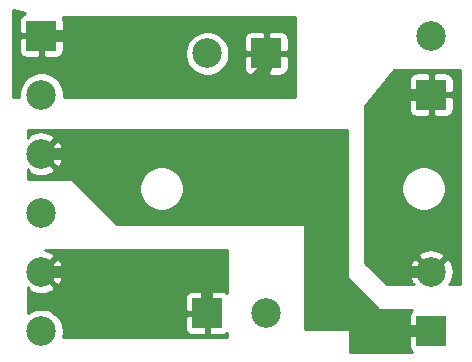
<source format=gtl>
%TF.GenerationSoftware,KiCad,Pcbnew,5.1.9*%
%TF.CreationDate,2021-02-07T15:24:09+01:00*%
%TF.ProjectId,detector_wiring,64657465-6374-46f7-925f-776972696e67,rev?*%
%TF.SameCoordinates,Original*%
%TF.FileFunction,Copper,L1,Top*%
%TF.FilePolarity,Positive*%
%FSLAX46Y46*%
G04 Gerber Fmt 4.6, Leading zero omitted, Abs format (unit mm)*
G04 Created by KiCad (PCBNEW 5.1.9) date 2021-02-07 15:24:09*
%MOMM*%
%LPD*%
G01*
G04 APERTURE LIST*
%TA.AperFunction,ComponentPad*%
%ADD10C,2.500000*%
%TD*%
%TA.AperFunction,ComponentPad*%
%ADD11R,2.500000X2.500000*%
%TD*%
%TA.AperFunction,Conductor*%
%ADD12C,1.000000*%
%TD*%
%TA.AperFunction,Conductor*%
%ADD13C,0.254000*%
%TD*%
%TA.AperFunction,Conductor*%
%ADD14C,0.100000*%
%TD*%
G04 APERTURE END LIST*
D10*
%TO.P,J5,2*%
%TO.N,/TempSensorA*%
X130810000Y-103910000D03*
D11*
%TO.P,J5,1*%
%TO.N,/TempSensorB*%
X125810000Y-103910000D03*
%TD*%
D10*
%TO.P,J4,2*%
%TO.N,/FuseOutput*%
X144780000Y-100410000D03*
D11*
%TO.P,J4,1*%
%TO.N,/FuseInput*%
X144780000Y-105410000D03*
%TD*%
D10*
%TO.P,J3,2*%
%TO.N,/DetectorCommon*%
X144780000Y-80410000D03*
D11*
%TO.P,J3,1*%
%TO.N,/FuseOutput*%
X144780000Y-85410000D03*
%TD*%
D10*
%TO.P,J2,2*%
%TO.N,/LightGND*%
X125810000Y-81910000D03*
D11*
%TO.P,J2,1*%
%TO.N,/Light+*%
X130810000Y-81910000D03*
%TD*%
D10*
%TO.P,J1,6*%
%TO.N,/TempSensorA*%
X111760000Y-105410000D03*
%TO.P,J1,5*%
%TO.N,/TempSensorB*%
X111760000Y-100410000D03*
%TO.P,J1,4*%
%TO.N,/DetectorCommon*%
X111760000Y-95410000D03*
%TO.P,J1,3*%
%TO.N,/FuseInput*%
X111760000Y-90410000D03*
%TO.P,J1,2*%
%TO.N,/LightGND*%
X111760000Y-85410000D03*
D11*
%TO.P,J1,1*%
%TO.N,/Light+*%
X111760000Y-80410000D03*
%TD*%
D12*
%TO.N,/TempSensorB*%
X111760000Y-100410000D02*
X124540000Y-100410000D01*
X125810000Y-101680000D02*
X125810000Y-103910000D01*
X124540000Y-100410000D02*
X125810000Y-101680000D01*
%TO.N,/FuseInput*%
X111760000Y-90410000D02*
X118505000Y-90410000D01*
X118505000Y-90410000D02*
X120015000Y-88900000D01*
X120015000Y-88900000D02*
X134620000Y-88900000D01*
X134620000Y-88900000D02*
X136525000Y-90805000D01*
X136525000Y-90805000D02*
X136525000Y-102870000D01*
X139065000Y-105410000D02*
X144780000Y-105410000D01*
X136525000Y-102870000D02*
X139065000Y-105410000D01*
%TO.N,/Light+*%
X111760000Y-80410000D02*
X117875000Y-80410000D01*
X117875000Y-80410000D02*
X122555000Y-85090000D01*
X122555000Y-85090000D02*
X128905000Y-85090000D01*
X130810000Y-83185000D02*
X130810000Y-81910000D01*
X128905000Y-85090000D02*
X130810000Y-83185000D01*
%TO.N,/FuseOutput*%
X144780000Y-100410000D02*
X141050000Y-100410000D01*
X141050000Y-100410000D02*
X139700000Y-99060000D01*
X139700000Y-99060000D02*
X139700000Y-86995000D01*
X141285000Y-85410000D02*
X144780000Y-85410000D01*
X139700000Y-86995000D02*
X141285000Y-85410000D01*
%TD*%
D13*
%TO.N,/Light+*%
X110405317Y-78532238D02*
X110385518Y-78534188D01*
X110265820Y-78570498D01*
X110155506Y-78629463D01*
X110058815Y-78708815D01*
X109979463Y-78805506D01*
X109920498Y-78915820D01*
X109884188Y-79035518D01*
X109871928Y-79160000D01*
X109875000Y-80124250D01*
X110033750Y-80283000D01*
X111633000Y-80283000D01*
X111633000Y-80263000D01*
X111887000Y-80263000D01*
X111887000Y-80283000D01*
X113486250Y-80283000D01*
X113645000Y-80124250D01*
X113648072Y-79160000D01*
X113635812Y-79035518D01*
X113599502Y-78915820D01*
X113573407Y-78867000D01*
X133223000Y-78867000D01*
X133223000Y-85598000D01*
X113644534Y-85598000D01*
X113645000Y-85595656D01*
X113645000Y-85224344D01*
X113572561Y-84860166D01*
X113430466Y-84517118D01*
X113224175Y-84208382D01*
X112961618Y-83945825D01*
X112652882Y-83739534D01*
X112309834Y-83597439D01*
X111945656Y-83525000D01*
X111574344Y-83525000D01*
X111210166Y-83597439D01*
X110867118Y-83739534D01*
X110558382Y-83945825D01*
X110295825Y-84208382D01*
X110089534Y-84517118D01*
X109947439Y-84860166D01*
X109875000Y-85224344D01*
X109875000Y-85595656D01*
X109875466Y-85598000D01*
X109347000Y-85598000D01*
X109347000Y-81660000D01*
X109871928Y-81660000D01*
X109884188Y-81784482D01*
X109920498Y-81904180D01*
X109979463Y-82014494D01*
X110058815Y-82111185D01*
X110155506Y-82190537D01*
X110265820Y-82249502D01*
X110385518Y-82285812D01*
X110510000Y-82298072D01*
X111474250Y-82295000D01*
X111633000Y-82136250D01*
X111633000Y-80537000D01*
X111887000Y-80537000D01*
X111887000Y-82136250D01*
X112045750Y-82295000D01*
X113010000Y-82298072D01*
X113134482Y-82285812D01*
X113254180Y-82249502D01*
X113364494Y-82190537D01*
X113461185Y-82111185D01*
X113540537Y-82014494D01*
X113599502Y-81904180D01*
X113635812Y-81784482D01*
X113641734Y-81724344D01*
X123925000Y-81724344D01*
X123925000Y-82095656D01*
X123997439Y-82459834D01*
X124139534Y-82802882D01*
X124345825Y-83111618D01*
X124608382Y-83374175D01*
X124917118Y-83580466D01*
X125260166Y-83722561D01*
X125624344Y-83795000D01*
X125995656Y-83795000D01*
X126359834Y-83722561D01*
X126702882Y-83580466D01*
X127011618Y-83374175D01*
X127225793Y-83160000D01*
X128921928Y-83160000D01*
X128934188Y-83284482D01*
X128970498Y-83404180D01*
X129029463Y-83514494D01*
X129108815Y-83611185D01*
X129205506Y-83690537D01*
X129315820Y-83749502D01*
X129435518Y-83785812D01*
X129560000Y-83798072D01*
X130524250Y-83795000D01*
X130683000Y-83636250D01*
X130683000Y-82037000D01*
X130937000Y-82037000D01*
X130937000Y-83636250D01*
X131095750Y-83795000D01*
X132060000Y-83798072D01*
X132184482Y-83785812D01*
X132304180Y-83749502D01*
X132414494Y-83690537D01*
X132511185Y-83611185D01*
X132590537Y-83514494D01*
X132649502Y-83404180D01*
X132685812Y-83284482D01*
X132698072Y-83160000D01*
X132695000Y-82195750D01*
X132536250Y-82037000D01*
X130937000Y-82037000D01*
X130683000Y-82037000D01*
X129083750Y-82037000D01*
X128925000Y-82195750D01*
X128921928Y-83160000D01*
X127225793Y-83160000D01*
X127274175Y-83111618D01*
X127480466Y-82802882D01*
X127622561Y-82459834D01*
X127695000Y-82095656D01*
X127695000Y-81724344D01*
X127622561Y-81360166D01*
X127480466Y-81017118D01*
X127274175Y-80708382D01*
X127225793Y-80660000D01*
X128921928Y-80660000D01*
X128925000Y-81624250D01*
X129083750Y-81783000D01*
X130683000Y-81783000D01*
X130683000Y-80183750D01*
X130937000Y-80183750D01*
X130937000Y-81783000D01*
X132536250Y-81783000D01*
X132695000Y-81624250D01*
X132698072Y-80660000D01*
X132685812Y-80535518D01*
X132649502Y-80415820D01*
X132590537Y-80305506D01*
X132511185Y-80208815D01*
X132414494Y-80129463D01*
X132304180Y-80070498D01*
X132184482Y-80034188D01*
X132060000Y-80021928D01*
X131095750Y-80025000D01*
X130937000Y-80183750D01*
X130683000Y-80183750D01*
X130524250Y-80025000D01*
X129560000Y-80021928D01*
X129435518Y-80034188D01*
X129315820Y-80070498D01*
X129205506Y-80129463D01*
X129108815Y-80208815D01*
X129029463Y-80305506D01*
X128970498Y-80415820D01*
X128934188Y-80535518D01*
X128921928Y-80660000D01*
X127225793Y-80660000D01*
X127011618Y-80445825D01*
X126702882Y-80239534D01*
X126359834Y-80097439D01*
X125995656Y-80025000D01*
X125624344Y-80025000D01*
X125260166Y-80097439D01*
X124917118Y-80239534D01*
X124608382Y-80445825D01*
X124345825Y-80708382D01*
X124139534Y-81017118D01*
X123997439Y-81360166D01*
X123925000Y-81724344D01*
X113641734Y-81724344D01*
X113648072Y-81660000D01*
X113645000Y-80695750D01*
X113486250Y-80537000D01*
X111887000Y-80537000D01*
X111633000Y-80537000D01*
X110033750Y-80537000D01*
X109875000Y-80695750D01*
X109871928Y-81660000D01*
X109347000Y-81660000D01*
X109347000Y-78267659D01*
X110405317Y-78532238D01*
%TA.AperFunction,Conductor*%
D14*
G36*
X110405317Y-78532238D02*
G01*
X110385518Y-78534188D01*
X110265820Y-78570498D01*
X110155506Y-78629463D01*
X110058815Y-78708815D01*
X109979463Y-78805506D01*
X109920498Y-78915820D01*
X109884188Y-79035518D01*
X109871928Y-79160000D01*
X109875000Y-80124250D01*
X110033750Y-80283000D01*
X111633000Y-80283000D01*
X111633000Y-80263000D01*
X111887000Y-80263000D01*
X111887000Y-80283000D01*
X113486250Y-80283000D01*
X113645000Y-80124250D01*
X113648072Y-79160000D01*
X113635812Y-79035518D01*
X113599502Y-78915820D01*
X113573407Y-78867000D01*
X133223000Y-78867000D01*
X133223000Y-85598000D01*
X113644534Y-85598000D01*
X113645000Y-85595656D01*
X113645000Y-85224344D01*
X113572561Y-84860166D01*
X113430466Y-84517118D01*
X113224175Y-84208382D01*
X112961618Y-83945825D01*
X112652882Y-83739534D01*
X112309834Y-83597439D01*
X111945656Y-83525000D01*
X111574344Y-83525000D01*
X111210166Y-83597439D01*
X110867118Y-83739534D01*
X110558382Y-83945825D01*
X110295825Y-84208382D01*
X110089534Y-84517118D01*
X109947439Y-84860166D01*
X109875000Y-85224344D01*
X109875000Y-85595656D01*
X109875466Y-85598000D01*
X109347000Y-85598000D01*
X109347000Y-81660000D01*
X109871928Y-81660000D01*
X109884188Y-81784482D01*
X109920498Y-81904180D01*
X109979463Y-82014494D01*
X110058815Y-82111185D01*
X110155506Y-82190537D01*
X110265820Y-82249502D01*
X110385518Y-82285812D01*
X110510000Y-82298072D01*
X111474250Y-82295000D01*
X111633000Y-82136250D01*
X111633000Y-80537000D01*
X111887000Y-80537000D01*
X111887000Y-82136250D01*
X112045750Y-82295000D01*
X113010000Y-82298072D01*
X113134482Y-82285812D01*
X113254180Y-82249502D01*
X113364494Y-82190537D01*
X113461185Y-82111185D01*
X113540537Y-82014494D01*
X113599502Y-81904180D01*
X113635812Y-81784482D01*
X113641734Y-81724344D01*
X123925000Y-81724344D01*
X123925000Y-82095656D01*
X123997439Y-82459834D01*
X124139534Y-82802882D01*
X124345825Y-83111618D01*
X124608382Y-83374175D01*
X124917118Y-83580466D01*
X125260166Y-83722561D01*
X125624344Y-83795000D01*
X125995656Y-83795000D01*
X126359834Y-83722561D01*
X126702882Y-83580466D01*
X127011618Y-83374175D01*
X127225793Y-83160000D01*
X128921928Y-83160000D01*
X128934188Y-83284482D01*
X128970498Y-83404180D01*
X129029463Y-83514494D01*
X129108815Y-83611185D01*
X129205506Y-83690537D01*
X129315820Y-83749502D01*
X129435518Y-83785812D01*
X129560000Y-83798072D01*
X130524250Y-83795000D01*
X130683000Y-83636250D01*
X130683000Y-82037000D01*
X130937000Y-82037000D01*
X130937000Y-83636250D01*
X131095750Y-83795000D01*
X132060000Y-83798072D01*
X132184482Y-83785812D01*
X132304180Y-83749502D01*
X132414494Y-83690537D01*
X132511185Y-83611185D01*
X132590537Y-83514494D01*
X132649502Y-83404180D01*
X132685812Y-83284482D01*
X132698072Y-83160000D01*
X132695000Y-82195750D01*
X132536250Y-82037000D01*
X130937000Y-82037000D01*
X130683000Y-82037000D01*
X129083750Y-82037000D01*
X128925000Y-82195750D01*
X128921928Y-83160000D01*
X127225793Y-83160000D01*
X127274175Y-83111618D01*
X127480466Y-82802882D01*
X127622561Y-82459834D01*
X127695000Y-82095656D01*
X127695000Y-81724344D01*
X127622561Y-81360166D01*
X127480466Y-81017118D01*
X127274175Y-80708382D01*
X127225793Y-80660000D01*
X128921928Y-80660000D01*
X128925000Y-81624250D01*
X129083750Y-81783000D01*
X130683000Y-81783000D01*
X130683000Y-80183750D01*
X130937000Y-80183750D01*
X130937000Y-81783000D01*
X132536250Y-81783000D01*
X132695000Y-81624250D01*
X132698072Y-80660000D01*
X132685812Y-80535518D01*
X132649502Y-80415820D01*
X132590537Y-80305506D01*
X132511185Y-80208815D01*
X132414494Y-80129463D01*
X132304180Y-80070498D01*
X132184482Y-80034188D01*
X132060000Y-80021928D01*
X131095750Y-80025000D01*
X130937000Y-80183750D01*
X130683000Y-80183750D01*
X130524250Y-80025000D01*
X129560000Y-80021928D01*
X129435518Y-80034188D01*
X129315820Y-80070498D01*
X129205506Y-80129463D01*
X129108815Y-80208815D01*
X129029463Y-80305506D01*
X128970498Y-80415820D01*
X128934188Y-80535518D01*
X128921928Y-80660000D01*
X127225793Y-80660000D01*
X127011618Y-80445825D01*
X126702882Y-80239534D01*
X126359834Y-80097439D01*
X125995656Y-80025000D01*
X125624344Y-80025000D01*
X125260166Y-80097439D01*
X124917118Y-80239534D01*
X124608382Y-80445825D01*
X124345825Y-80708382D01*
X124139534Y-81017118D01*
X123997439Y-81360166D01*
X123925000Y-81724344D01*
X113641734Y-81724344D01*
X113648072Y-81660000D01*
X113645000Y-80695750D01*
X113486250Y-80537000D01*
X111887000Y-80537000D01*
X111633000Y-80537000D01*
X110033750Y-80537000D01*
X109875000Y-80695750D01*
X109871928Y-81660000D01*
X109347000Y-81660000D01*
X109347000Y-78267659D01*
X110405317Y-78532238D01*
G37*
%TD.AperFunction*%
%TD*%
D13*
%TO.N,/TempSensorB*%
X127508000Y-102206201D02*
X127414494Y-102129463D01*
X127304180Y-102070498D01*
X127184482Y-102034188D01*
X127060000Y-102021928D01*
X126095750Y-102025000D01*
X125937000Y-102183750D01*
X125937000Y-103783000D01*
X125957000Y-103783000D01*
X125957000Y-104037000D01*
X125937000Y-104037000D01*
X125937000Y-105636250D01*
X126095750Y-105795000D01*
X127060000Y-105798072D01*
X127184482Y-105785812D01*
X127304180Y-105749502D01*
X127414494Y-105690537D01*
X127508000Y-105613799D01*
X127508000Y-105918000D01*
X113580882Y-105918000D01*
X113645000Y-105595656D01*
X113645000Y-105224344D01*
X113632202Y-105160000D01*
X123921928Y-105160000D01*
X123934188Y-105284482D01*
X123970498Y-105404180D01*
X124029463Y-105514494D01*
X124108815Y-105611185D01*
X124205506Y-105690537D01*
X124315820Y-105749502D01*
X124435518Y-105785812D01*
X124560000Y-105798072D01*
X125524250Y-105795000D01*
X125683000Y-105636250D01*
X125683000Y-104037000D01*
X124083750Y-104037000D01*
X123925000Y-104195750D01*
X123921928Y-105160000D01*
X113632202Y-105160000D01*
X113572561Y-104860166D01*
X113430466Y-104517118D01*
X113224175Y-104208382D01*
X112961618Y-103945825D01*
X112652882Y-103739534D01*
X112309834Y-103597439D01*
X111945656Y-103525000D01*
X111574344Y-103525000D01*
X111210166Y-103597439D01*
X110867118Y-103739534D01*
X110617000Y-103906658D01*
X110617000Y-102660000D01*
X123921928Y-102660000D01*
X123925000Y-103624250D01*
X124083750Y-103783000D01*
X125683000Y-103783000D01*
X125683000Y-102183750D01*
X125524250Y-102025000D01*
X124560000Y-102021928D01*
X124435518Y-102034188D01*
X124315820Y-102070498D01*
X124205506Y-102129463D01*
X124108815Y-102208815D01*
X124029463Y-102305506D01*
X123970498Y-102415820D01*
X123934188Y-102535518D01*
X123921928Y-102660000D01*
X110617000Y-102660000D01*
X110617000Y-101732608D01*
X110626001Y-101723607D01*
X110751914Y-102013577D01*
X111084126Y-102179433D01*
X111442312Y-102277290D01*
X111812706Y-102303389D01*
X112181075Y-102256725D01*
X112533262Y-102139094D01*
X112768086Y-102013577D01*
X112894000Y-101723605D01*
X111760000Y-100589605D01*
X111745858Y-100603748D01*
X111566253Y-100424143D01*
X111580395Y-100410000D01*
X111939605Y-100410000D01*
X113073605Y-101544000D01*
X113363577Y-101418086D01*
X113529433Y-101085874D01*
X113627290Y-100727688D01*
X113653389Y-100357294D01*
X113606725Y-99988925D01*
X113489094Y-99636738D01*
X113363577Y-99401914D01*
X113073605Y-99276000D01*
X111939605Y-100410000D01*
X111580395Y-100410000D01*
X111566253Y-100395858D01*
X111745858Y-100216253D01*
X111760000Y-100230395D01*
X112894000Y-99096395D01*
X112768086Y-98806423D01*
X112435874Y-98640567D01*
X112111692Y-98552000D01*
X127508000Y-98552000D01*
X127508000Y-102206201D01*
%TA.AperFunction,Conductor*%
D14*
G36*
X127508000Y-102206201D02*
G01*
X127414494Y-102129463D01*
X127304180Y-102070498D01*
X127184482Y-102034188D01*
X127060000Y-102021928D01*
X126095750Y-102025000D01*
X125937000Y-102183750D01*
X125937000Y-103783000D01*
X125957000Y-103783000D01*
X125957000Y-104037000D01*
X125937000Y-104037000D01*
X125937000Y-105636250D01*
X126095750Y-105795000D01*
X127060000Y-105798072D01*
X127184482Y-105785812D01*
X127304180Y-105749502D01*
X127414494Y-105690537D01*
X127508000Y-105613799D01*
X127508000Y-105918000D01*
X113580882Y-105918000D01*
X113645000Y-105595656D01*
X113645000Y-105224344D01*
X113632202Y-105160000D01*
X123921928Y-105160000D01*
X123934188Y-105284482D01*
X123970498Y-105404180D01*
X124029463Y-105514494D01*
X124108815Y-105611185D01*
X124205506Y-105690537D01*
X124315820Y-105749502D01*
X124435518Y-105785812D01*
X124560000Y-105798072D01*
X125524250Y-105795000D01*
X125683000Y-105636250D01*
X125683000Y-104037000D01*
X124083750Y-104037000D01*
X123925000Y-104195750D01*
X123921928Y-105160000D01*
X113632202Y-105160000D01*
X113572561Y-104860166D01*
X113430466Y-104517118D01*
X113224175Y-104208382D01*
X112961618Y-103945825D01*
X112652882Y-103739534D01*
X112309834Y-103597439D01*
X111945656Y-103525000D01*
X111574344Y-103525000D01*
X111210166Y-103597439D01*
X110867118Y-103739534D01*
X110617000Y-103906658D01*
X110617000Y-102660000D01*
X123921928Y-102660000D01*
X123925000Y-103624250D01*
X124083750Y-103783000D01*
X125683000Y-103783000D01*
X125683000Y-102183750D01*
X125524250Y-102025000D01*
X124560000Y-102021928D01*
X124435518Y-102034188D01*
X124315820Y-102070498D01*
X124205506Y-102129463D01*
X124108815Y-102208815D01*
X124029463Y-102305506D01*
X123970498Y-102415820D01*
X123934188Y-102535518D01*
X123921928Y-102660000D01*
X110617000Y-102660000D01*
X110617000Y-101732608D01*
X110626001Y-101723607D01*
X110751914Y-102013577D01*
X111084126Y-102179433D01*
X111442312Y-102277290D01*
X111812706Y-102303389D01*
X112181075Y-102256725D01*
X112533262Y-102139094D01*
X112768086Y-102013577D01*
X112894000Y-101723605D01*
X111760000Y-100589605D01*
X111745858Y-100603748D01*
X111566253Y-100424143D01*
X111580395Y-100410000D01*
X111939605Y-100410000D01*
X113073605Y-101544000D01*
X113363577Y-101418086D01*
X113529433Y-101085874D01*
X113627290Y-100727688D01*
X113653389Y-100357294D01*
X113606725Y-99988925D01*
X113489094Y-99636738D01*
X113363577Y-99401914D01*
X113073605Y-99276000D01*
X111939605Y-100410000D01*
X111580395Y-100410000D01*
X111566253Y-100395858D01*
X111745858Y-100216253D01*
X111760000Y-100230395D01*
X112894000Y-99096395D01*
X112768086Y-98806423D01*
X112435874Y-98640567D01*
X112111692Y-98552000D01*
X127508000Y-98552000D01*
X127508000Y-102206201D01*
G37*
%TD.AperFunction*%
%TD*%
D13*
%TO.N,/FuseInput*%
X137668000Y-100965000D02*
X137670440Y-100989776D01*
X137677667Y-101013601D01*
X137689403Y-101035557D01*
X137705197Y-101054803D01*
X140245197Y-103594803D01*
X140264443Y-103610597D01*
X140286399Y-103622333D01*
X140310224Y-103629560D01*
X140335000Y-103632000D01*
X143172415Y-103632000D01*
X143078815Y-103708815D01*
X142999463Y-103805506D01*
X142940498Y-103915820D01*
X142904188Y-104035518D01*
X142891928Y-104160000D01*
X142895000Y-105124250D01*
X143053748Y-105282998D01*
X142895000Y-105282998D01*
X142895000Y-105283000D01*
X134112000Y-105283000D01*
X134112000Y-96520000D01*
X134109560Y-96495224D01*
X134102333Y-96471399D01*
X134090597Y-96449443D01*
X134074803Y-96430197D01*
X134055557Y-96414403D01*
X134033601Y-96402667D01*
X134009776Y-96395440D01*
X133985000Y-96393000D01*
X118162606Y-96393000D01*
X114928950Y-93159344D01*
X120035000Y-93159344D01*
X120035000Y-93530656D01*
X120107439Y-93894834D01*
X120249534Y-94237882D01*
X120455825Y-94546618D01*
X120718382Y-94809175D01*
X121027118Y-95015466D01*
X121370166Y-95157561D01*
X121734344Y-95230000D01*
X122105656Y-95230000D01*
X122469834Y-95157561D01*
X122812882Y-95015466D01*
X123121618Y-94809175D01*
X123384175Y-94546618D01*
X123590466Y-94237882D01*
X123732561Y-93894834D01*
X123805000Y-93530656D01*
X123805000Y-93159344D01*
X123732561Y-92795166D01*
X123590466Y-92452118D01*
X123384175Y-92143382D01*
X123121618Y-91880825D01*
X122812882Y-91674534D01*
X122469834Y-91532439D01*
X122105656Y-91460000D01*
X121734344Y-91460000D01*
X121370166Y-91532439D01*
X121027118Y-91674534D01*
X120718382Y-91880825D01*
X120455825Y-92143382D01*
X120249534Y-92452118D01*
X120107439Y-92795166D01*
X120035000Y-93159344D01*
X114928950Y-93159344D01*
X114389803Y-92620197D01*
X114370557Y-92604403D01*
X114348601Y-92592667D01*
X114324776Y-92585440D01*
X114300000Y-92583000D01*
X110617000Y-92583000D01*
X110617000Y-91732608D01*
X110626001Y-91723607D01*
X110751914Y-92013577D01*
X111084126Y-92179433D01*
X111442312Y-92277290D01*
X111812706Y-92303389D01*
X112181075Y-92256725D01*
X112533262Y-92139094D01*
X112768086Y-92013577D01*
X112894000Y-91723605D01*
X111760000Y-90589605D01*
X111745858Y-90603748D01*
X111566253Y-90424143D01*
X111580395Y-90410000D01*
X111939605Y-90410000D01*
X113073605Y-91544000D01*
X113363577Y-91418086D01*
X113529433Y-91085874D01*
X113627290Y-90727688D01*
X113653389Y-90357294D01*
X113606725Y-89988925D01*
X113489094Y-89636738D01*
X113363577Y-89401914D01*
X113073605Y-89276000D01*
X111939605Y-90410000D01*
X111580395Y-90410000D01*
X111566253Y-90395858D01*
X111745858Y-90216253D01*
X111760000Y-90230395D01*
X112894000Y-89096395D01*
X112768086Y-88806423D01*
X112435874Y-88640567D01*
X112077688Y-88542710D01*
X111707294Y-88516611D01*
X111338925Y-88563275D01*
X110986738Y-88680906D01*
X110751914Y-88806423D01*
X110626001Y-89096393D01*
X110617000Y-89087392D01*
X110617000Y-88392000D01*
X137668000Y-88392000D01*
X137668000Y-100965000D01*
%TA.AperFunction,Conductor*%
D14*
G36*
X137668000Y-100965000D02*
G01*
X137670440Y-100989776D01*
X137677667Y-101013601D01*
X137689403Y-101035557D01*
X137705197Y-101054803D01*
X140245197Y-103594803D01*
X140264443Y-103610597D01*
X140286399Y-103622333D01*
X140310224Y-103629560D01*
X140335000Y-103632000D01*
X143172415Y-103632000D01*
X143078815Y-103708815D01*
X142999463Y-103805506D01*
X142940498Y-103915820D01*
X142904188Y-104035518D01*
X142891928Y-104160000D01*
X142895000Y-105124250D01*
X143053748Y-105282998D01*
X142895000Y-105282998D01*
X142895000Y-105283000D01*
X134112000Y-105283000D01*
X134112000Y-96520000D01*
X134109560Y-96495224D01*
X134102333Y-96471399D01*
X134090597Y-96449443D01*
X134074803Y-96430197D01*
X134055557Y-96414403D01*
X134033601Y-96402667D01*
X134009776Y-96395440D01*
X133985000Y-96393000D01*
X118162606Y-96393000D01*
X114928950Y-93159344D01*
X120035000Y-93159344D01*
X120035000Y-93530656D01*
X120107439Y-93894834D01*
X120249534Y-94237882D01*
X120455825Y-94546618D01*
X120718382Y-94809175D01*
X121027118Y-95015466D01*
X121370166Y-95157561D01*
X121734344Y-95230000D01*
X122105656Y-95230000D01*
X122469834Y-95157561D01*
X122812882Y-95015466D01*
X123121618Y-94809175D01*
X123384175Y-94546618D01*
X123590466Y-94237882D01*
X123732561Y-93894834D01*
X123805000Y-93530656D01*
X123805000Y-93159344D01*
X123732561Y-92795166D01*
X123590466Y-92452118D01*
X123384175Y-92143382D01*
X123121618Y-91880825D01*
X122812882Y-91674534D01*
X122469834Y-91532439D01*
X122105656Y-91460000D01*
X121734344Y-91460000D01*
X121370166Y-91532439D01*
X121027118Y-91674534D01*
X120718382Y-91880825D01*
X120455825Y-92143382D01*
X120249534Y-92452118D01*
X120107439Y-92795166D01*
X120035000Y-93159344D01*
X114928950Y-93159344D01*
X114389803Y-92620197D01*
X114370557Y-92604403D01*
X114348601Y-92592667D01*
X114324776Y-92585440D01*
X114300000Y-92583000D01*
X110617000Y-92583000D01*
X110617000Y-91732608D01*
X110626001Y-91723607D01*
X110751914Y-92013577D01*
X111084126Y-92179433D01*
X111442312Y-92277290D01*
X111812706Y-92303389D01*
X112181075Y-92256725D01*
X112533262Y-92139094D01*
X112768086Y-92013577D01*
X112894000Y-91723605D01*
X111760000Y-90589605D01*
X111745858Y-90603748D01*
X111566253Y-90424143D01*
X111580395Y-90410000D01*
X111939605Y-90410000D01*
X113073605Y-91544000D01*
X113363577Y-91418086D01*
X113529433Y-91085874D01*
X113627290Y-90727688D01*
X113653389Y-90357294D01*
X113606725Y-89988925D01*
X113489094Y-89636738D01*
X113363577Y-89401914D01*
X113073605Y-89276000D01*
X111939605Y-90410000D01*
X111580395Y-90410000D01*
X111566253Y-90395858D01*
X111745858Y-90216253D01*
X111760000Y-90230395D01*
X112894000Y-89096395D01*
X112768086Y-88806423D01*
X112435874Y-88640567D01*
X112077688Y-88542710D01*
X111707294Y-88516611D01*
X111338925Y-88563275D01*
X110986738Y-88680906D01*
X110751914Y-88806423D01*
X110626001Y-89096393D01*
X110617000Y-89087392D01*
X110617000Y-88392000D01*
X137668000Y-88392000D01*
X137668000Y-100965000D01*
G37*
%TD.AperFunction*%
%TD*%
D13*
%TO.N,/FuseInput*%
X143078815Y-103708815D02*
X142999463Y-103805506D01*
X142940498Y-103915820D01*
X142904188Y-104035518D01*
X142891928Y-104160000D01*
X142895000Y-105124250D01*
X143053750Y-105283000D01*
X144653000Y-105283000D01*
X144653000Y-105263000D01*
X144907000Y-105263000D01*
X144907000Y-105283000D01*
X144927000Y-105283000D01*
X144927000Y-105537000D01*
X144907000Y-105537000D01*
X144907000Y-105557000D01*
X144653000Y-105557000D01*
X144653000Y-105537000D01*
X143053750Y-105537000D01*
X142895000Y-105695750D01*
X142891928Y-106660000D01*
X142904188Y-106784482D01*
X142915546Y-106821923D01*
X137922000Y-107178605D01*
X137922000Y-103632000D01*
X143172415Y-103632000D01*
X143078815Y-103708815D01*
%TA.AperFunction,Conductor*%
D14*
G36*
X143078815Y-103708815D02*
G01*
X142999463Y-103805506D01*
X142940498Y-103915820D01*
X142904188Y-104035518D01*
X142891928Y-104160000D01*
X142895000Y-105124250D01*
X143053750Y-105283000D01*
X144653000Y-105283000D01*
X144653000Y-105263000D01*
X144907000Y-105263000D01*
X144907000Y-105283000D01*
X144927000Y-105283000D01*
X144927000Y-105537000D01*
X144907000Y-105537000D01*
X144907000Y-105557000D01*
X144653000Y-105557000D01*
X144653000Y-105537000D01*
X143053750Y-105537000D01*
X142895000Y-105695750D01*
X142891928Y-106660000D01*
X142904188Y-106784482D01*
X142915546Y-106821923D01*
X137922000Y-107178605D01*
X137922000Y-103632000D01*
X143172415Y-103632000D01*
X143078815Y-103708815D01*
G37*
%TD.AperFunction*%
%TD*%
D13*
%TO.N,/FuseInput*%
X143053750Y-105283000D02*
X144653000Y-105283000D01*
X144653000Y-105263000D01*
X144907000Y-105263000D01*
X144907000Y-105283000D01*
X144927000Y-105283000D01*
X144927000Y-105537000D01*
X144907000Y-105537000D01*
X144907000Y-105557000D01*
X144653000Y-105557000D01*
X144653000Y-105537000D01*
X143053750Y-105537000D01*
X142895000Y-105695750D01*
X142891928Y-106660000D01*
X142904188Y-106784482D01*
X142940498Y-106904180D01*
X142999463Y-107014494D01*
X143078815Y-107111185D01*
X143172415Y-107188000D01*
X138413734Y-107188000D01*
X142995245Y-105224495D01*
X143053750Y-105283000D01*
%TA.AperFunction,Conductor*%
D14*
G36*
X143053750Y-105283000D02*
G01*
X144653000Y-105283000D01*
X144653000Y-105263000D01*
X144907000Y-105263000D01*
X144907000Y-105283000D01*
X144927000Y-105283000D01*
X144927000Y-105537000D01*
X144907000Y-105537000D01*
X144907000Y-105557000D01*
X144653000Y-105557000D01*
X144653000Y-105537000D01*
X143053750Y-105537000D01*
X142895000Y-105695750D01*
X142891928Y-106660000D01*
X142904188Y-106784482D01*
X142940498Y-106904180D01*
X142999463Y-107014494D01*
X143078815Y-107111185D01*
X143172415Y-107188000D01*
X138413734Y-107188000D01*
X142995245Y-105224495D01*
X143053750Y-105283000D01*
G37*
%TD.AperFunction*%
%TD*%
D13*
%TO.N,/FuseOutput*%
X147193000Y-101473000D02*
X146257114Y-101473000D01*
X146383577Y-101418086D01*
X146549433Y-101085874D01*
X146647290Y-100727688D01*
X146673389Y-100357294D01*
X146626725Y-99988925D01*
X146509094Y-99636738D01*
X146383577Y-99401914D01*
X146093605Y-99276000D01*
X144959605Y-100410000D01*
X144973748Y-100424143D01*
X144794143Y-100603748D01*
X144780000Y-100589605D01*
X144765858Y-100603748D01*
X144586253Y-100424143D01*
X144600395Y-100410000D01*
X143466395Y-99276000D01*
X143176423Y-99401914D01*
X143010567Y-99734126D01*
X142912710Y-100092312D01*
X142886611Y-100462706D01*
X142933275Y-100831075D01*
X143050906Y-101183262D01*
X143176423Y-101418086D01*
X143302886Y-101473000D01*
X141022606Y-101473000D01*
X139192000Y-99642394D01*
X139192000Y-99096395D01*
X143646000Y-99096395D01*
X144780000Y-100230395D01*
X145914000Y-99096395D01*
X145788086Y-98806423D01*
X145455874Y-98640567D01*
X145097688Y-98542710D01*
X144727294Y-98516611D01*
X144358925Y-98563275D01*
X144006738Y-98680906D01*
X143771914Y-98806423D01*
X143646000Y-99096395D01*
X139192000Y-99096395D01*
X139192000Y-93159344D01*
X142260000Y-93159344D01*
X142260000Y-93530656D01*
X142332439Y-93894834D01*
X142474534Y-94237882D01*
X142680825Y-94546618D01*
X142943382Y-94809175D01*
X143252118Y-95015466D01*
X143595166Y-95157561D01*
X143959344Y-95230000D01*
X144330656Y-95230000D01*
X144694834Y-95157561D01*
X145037882Y-95015466D01*
X145346618Y-94809175D01*
X145609175Y-94546618D01*
X145815466Y-94237882D01*
X145957561Y-93894834D01*
X146030000Y-93530656D01*
X146030000Y-93159344D01*
X145957561Y-92795166D01*
X145815466Y-92452118D01*
X145609175Y-92143382D01*
X145346618Y-91880825D01*
X145037882Y-91674534D01*
X144694834Y-91532439D01*
X144330656Y-91460000D01*
X143959344Y-91460000D01*
X143595166Y-91532439D01*
X143252118Y-91674534D01*
X142943382Y-91880825D01*
X142680825Y-92143382D01*
X142474534Y-92452118D01*
X142332439Y-92795166D01*
X142260000Y-93159344D01*
X139192000Y-93159344D01*
X139192000Y-86660000D01*
X142891928Y-86660000D01*
X142904188Y-86784482D01*
X142940498Y-86904180D01*
X142999463Y-87014494D01*
X143078815Y-87111185D01*
X143175506Y-87190537D01*
X143285820Y-87249502D01*
X143405518Y-87285812D01*
X143530000Y-87298072D01*
X144494250Y-87295000D01*
X144653000Y-87136250D01*
X144653000Y-85537000D01*
X144907000Y-85537000D01*
X144907000Y-87136250D01*
X145065750Y-87295000D01*
X146030000Y-87298072D01*
X146154482Y-87285812D01*
X146274180Y-87249502D01*
X146384494Y-87190537D01*
X146481185Y-87111185D01*
X146560537Y-87014494D01*
X146619502Y-86904180D01*
X146655812Y-86784482D01*
X146668072Y-86660000D01*
X146665000Y-85695750D01*
X146506250Y-85537000D01*
X144907000Y-85537000D01*
X144653000Y-85537000D01*
X143053750Y-85537000D01*
X142895000Y-85695750D01*
X142891928Y-86660000D01*
X139192000Y-86660000D01*
X139192000Y-86404549D01*
X140987639Y-84160000D01*
X142891928Y-84160000D01*
X142895000Y-85124250D01*
X143053750Y-85283000D01*
X144653000Y-85283000D01*
X144653000Y-83683750D01*
X144907000Y-83683750D01*
X144907000Y-85283000D01*
X146506250Y-85283000D01*
X146665000Y-85124250D01*
X146668072Y-84160000D01*
X146655812Y-84035518D01*
X146619502Y-83915820D01*
X146560537Y-83805506D01*
X146481185Y-83708815D01*
X146384494Y-83629463D01*
X146274180Y-83570498D01*
X146154482Y-83534188D01*
X146030000Y-83521928D01*
X145065750Y-83525000D01*
X144907000Y-83683750D01*
X144653000Y-83683750D01*
X144494250Y-83525000D01*
X143530000Y-83521928D01*
X143405518Y-83534188D01*
X143285820Y-83570498D01*
X143175506Y-83629463D01*
X143078815Y-83708815D01*
X142999463Y-83805506D01*
X142940498Y-83915820D01*
X142904188Y-84035518D01*
X142891928Y-84160000D01*
X140987639Y-84160000D01*
X141666039Y-83312000D01*
X147193000Y-83312000D01*
X147193000Y-101473000D01*
%TA.AperFunction,Conductor*%
D14*
G36*
X147193000Y-101473000D02*
G01*
X146257114Y-101473000D01*
X146383577Y-101418086D01*
X146549433Y-101085874D01*
X146647290Y-100727688D01*
X146673389Y-100357294D01*
X146626725Y-99988925D01*
X146509094Y-99636738D01*
X146383577Y-99401914D01*
X146093605Y-99276000D01*
X144959605Y-100410000D01*
X144973748Y-100424143D01*
X144794143Y-100603748D01*
X144780000Y-100589605D01*
X144765858Y-100603748D01*
X144586253Y-100424143D01*
X144600395Y-100410000D01*
X143466395Y-99276000D01*
X143176423Y-99401914D01*
X143010567Y-99734126D01*
X142912710Y-100092312D01*
X142886611Y-100462706D01*
X142933275Y-100831075D01*
X143050906Y-101183262D01*
X143176423Y-101418086D01*
X143302886Y-101473000D01*
X141022606Y-101473000D01*
X139192000Y-99642394D01*
X139192000Y-99096395D01*
X143646000Y-99096395D01*
X144780000Y-100230395D01*
X145914000Y-99096395D01*
X145788086Y-98806423D01*
X145455874Y-98640567D01*
X145097688Y-98542710D01*
X144727294Y-98516611D01*
X144358925Y-98563275D01*
X144006738Y-98680906D01*
X143771914Y-98806423D01*
X143646000Y-99096395D01*
X139192000Y-99096395D01*
X139192000Y-93159344D01*
X142260000Y-93159344D01*
X142260000Y-93530656D01*
X142332439Y-93894834D01*
X142474534Y-94237882D01*
X142680825Y-94546618D01*
X142943382Y-94809175D01*
X143252118Y-95015466D01*
X143595166Y-95157561D01*
X143959344Y-95230000D01*
X144330656Y-95230000D01*
X144694834Y-95157561D01*
X145037882Y-95015466D01*
X145346618Y-94809175D01*
X145609175Y-94546618D01*
X145815466Y-94237882D01*
X145957561Y-93894834D01*
X146030000Y-93530656D01*
X146030000Y-93159344D01*
X145957561Y-92795166D01*
X145815466Y-92452118D01*
X145609175Y-92143382D01*
X145346618Y-91880825D01*
X145037882Y-91674534D01*
X144694834Y-91532439D01*
X144330656Y-91460000D01*
X143959344Y-91460000D01*
X143595166Y-91532439D01*
X143252118Y-91674534D01*
X142943382Y-91880825D01*
X142680825Y-92143382D01*
X142474534Y-92452118D01*
X142332439Y-92795166D01*
X142260000Y-93159344D01*
X139192000Y-93159344D01*
X139192000Y-86660000D01*
X142891928Y-86660000D01*
X142904188Y-86784482D01*
X142940498Y-86904180D01*
X142999463Y-87014494D01*
X143078815Y-87111185D01*
X143175506Y-87190537D01*
X143285820Y-87249502D01*
X143405518Y-87285812D01*
X143530000Y-87298072D01*
X144494250Y-87295000D01*
X144653000Y-87136250D01*
X144653000Y-85537000D01*
X144907000Y-85537000D01*
X144907000Y-87136250D01*
X145065750Y-87295000D01*
X146030000Y-87298072D01*
X146154482Y-87285812D01*
X146274180Y-87249502D01*
X146384494Y-87190537D01*
X146481185Y-87111185D01*
X146560537Y-87014494D01*
X146619502Y-86904180D01*
X146655812Y-86784482D01*
X146668072Y-86660000D01*
X146665000Y-85695750D01*
X146506250Y-85537000D01*
X144907000Y-85537000D01*
X144653000Y-85537000D01*
X143053750Y-85537000D01*
X142895000Y-85695750D01*
X142891928Y-86660000D01*
X139192000Y-86660000D01*
X139192000Y-86404549D01*
X140987639Y-84160000D01*
X142891928Y-84160000D01*
X142895000Y-85124250D01*
X143053750Y-85283000D01*
X144653000Y-85283000D01*
X144653000Y-83683750D01*
X144907000Y-83683750D01*
X144907000Y-85283000D01*
X146506250Y-85283000D01*
X146665000Y-85124250D01*
X146668072Y-84160000D01*
X146655812Y-84035518D01*
X146619502Y-83915820D01*
X146560537Y-83805506D01*
X146481185Y-83708815D01*
X146384494Y-83629463D01*
X146274180Y-83570498D01*
X146154482Y-83534188D01*
X146030000Y-83521928D01*
X145065750Y-83525000D01*
X144907000Y-83683750D01*
X144653000Y-83683750D01*
X144494250Y-83525000D01*
X143530000Y-83521928D01*
X143405518Y-83534188D01*
X143285820Y-83570498D01*
X143175506Y-83629463D01*
X143078815Y-83708815D01*
X142999463Y-83805506D01*
X142940498Y-83915820D01*
X142904188Y-84035518D01*
X142891928Y-84160000D01*
X140987639Y-84160000D01*
X141666039Y-83312000D01*
X147193000Y-83312000D01*
X147193000Y-101473000D01*
G37*
%TD.AperFunction*%
%TD*%
M02*

</source>
